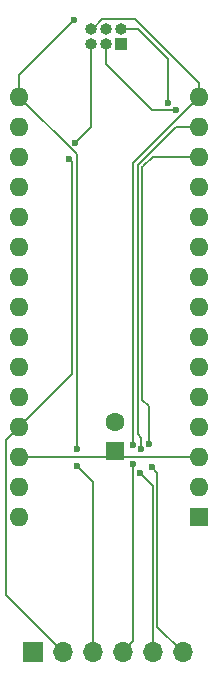
<source format=gbr>
%TF.GenerationSoftware,KiCad,Pcbnew,8.0.2*%
%TF.CreationDate,2024-12-05T22:40:52+01:00*%
%TF.ProjectId,programmerUnoHat,70726f67-7261-46d6-9d65-72556e6f4861,rev?*%
%TF.SameCoordinates,Original*%
%TF.FileFunction,Copper,L2,Bot*%
%TF.FilePolarity,Positive*%
%FSLAX46Y46*%
G04 Gerber Fmt 4.6, Leading zero omitted, Abs format (unit mm)*
G04 Created by KiCad (PCBNEW 8.0.2) date 2024-12-05 22:40:52*
%MOMM*%
%LPD*%
G01*
G04 APERTURE LIST*
%TA.AperFunction,ComponentPad*%
%ADD10R,1.600000X1.600000*%
%TD*%
%TA.AperFunction,ComponentPad*%
%ADD11O,1.600000X1.600000*%
%TD*%
%TA.AperFunction,ComponentPad*%
%ADD12R,1.000000X1.000000*%
%TD*%
%TA.AperFunction,ComponentPad*%
%ADD13O,1.000000X1.000000*%
%TD*%
%TA.AperFunction,ComponentPad*%
%ADD14C,1.600000*%
%TD*%
%TA.AperFunction,ComponentPad*%
%ADD15R,1.700000X1.700000*%
%TD*%
%TA.AperFunction,ComponentPad*%
%ADD16O,1.700000X1.700000*%
%TD*%
%TA.AperFunction,ViaPad*%
%ADD17C,0.600000*%
%TD*%
%TA.AperFunction,Conductor*%
%ADD18C,0.200000*%
%TD*%
G04 APERTURE END LIST*
D10*
%TO.P,A101,1,D1/TX*%
%TO.N,unconnected-(A101-D1{slash}TX-Pad1)*%
X121610000Y-106050000D03*
D11*
%TO.P,A101,2,D0/RX*%
%TO.N,unconnected-(A101-D0{slash}RX-Pad2)*%
X121610000Y-103510000D03*
%TO.P,A101,3,~{RESET}*%
%TO.N,/RESET*%
X121610000Y-100970000D03*
%TO.P,A101,4,GND*%
%TO.N,GND*%
X121610000Y-98430000D03*
%TO.P,A101,5,D2*%
%TO.N,unconnected-(A101-D2-Pad5)*%
X121610000Y-95890000D03*
%TO.P,A101,6,D3*%
%TO.N,unconnected-(A101-D3-Pad6)*%
X121610000Y-93350000D03*
%TO.P,A101,7,D4*%
%TO.N,unconnected-(A101-D4-Pad7)*%
X121610000Y-90810000D03*
%TO.P,A101,8,D5*%
%TO.N,unconnected-(A101-D5-Pad8)*%
X121610000Y-88270000D03*
%TO.P,A101,9,D6*%
%TO.N,unconnected-(A101-D6-Pad9)*%
X121610000Y-85730000D03*
%TO.P,A101,10,D7*%
%TO.N,unconnected-(A101-D7-Pad10)*%
X121610000Y-83190000D03*
%TO.P,A101,11,D8*%
%TO.N,unconnected-(A101-D8-Pad11)*%
X121610000Y-80650000D03*
%TO.P,A101,12,D9*%
%TO.N,unconnected-(A101-D9-Pad12)*%
X121610000Y-78110000D03*
%TO.P,A101,13,D10*%
%TO.N,/RESET_SLAVE*%
X121610000Y-75570000D03*
%TO.P,A101,14,D11*%
%TO.N,/MOSI*%
X121610000Y-73030000D03*
%TO.P,A101,15,D12*%
%TO.N,/MISO*%
X121610000Y-70490000D03*
%TO.P,A101,16,D13*%
%TO.N,/SCK*%
X106370000Y-70490000D03*
%TO.P,A101,17,3V3*%
%TO.N,unconnected-(A101-3V3-Pad17)*%
X106370000Y-73030000D03*
%TO.P,A101,18,AREF*%
%TO.N,unconnected-(A101-AREF-Pad18)*%
X106370000Y-75570000D03*
%TO.P,A101,19,A0*%
%TO.N,unconnected-(A101-A0-Pad19)*%
X106370000Y-78110000D03*
%TO.P,A101,20,A1*%
%TO.N,unconnected-(A101-A1-Pad20)*%
X106370000Y-80650000D03*
%TO.P,A101,21,A2*%
%TO.N,unconnected-(A101-A2-Pad21)*%
X106370000Y-83190000D03*
%TO.P,A101,22,A3*%
%TO.N,unconnected-(A101-A3-Pad22)*%
X106370000Y-85730000D03*
%TO.P,A101,23,A4*%
%TO.N,unconnected-(A101-A4-Pad23)*%
X106370000Y-88270000D03*
%TO.P,A101,24,A5*%
%TO.N,unconnected-(A101-A5-Pad24)*%
X106370000Y-90810000D03*
%TO.P,A101,25,A6*%
%TO.N,unconnected-(A101-A6-Pad25)*%
X106370000Y-93350000D03*
%TO.P,A101,26,A7*%
%TO.N,unconnected-(A101-A7-Pad26)*%
X106370000Y-95890000D03*
%TO.P,A101,27,+5V*%
%TO.N,+5V*%
X106370000Y-98430000D03*
%TO.P,A101,28,~{RESET}*%
%TO.N,/RESET*%
X106370000Y-100970000D03*
%TO.P,A101,29,GND*%
%TO.N,GND*%
X106370000Y-103510000D03*
%TO.P,A101,30,VIN*%
%TO.N,unconnected-(A101-VIN-Pad30)*%
X106370000Y-106050000D03*
%TD*%
D12*
%TO.P,U101,1*%
%TO.N,GND*%
X115000000Y-66000000D03*
D13*
%TO.P,U101,2*%
%TO.N,/RESET_SLAVE*%
X115000000Y-64730000D03*
%TO.P,U101,3*%
%TO.N,/MOSI*%
X113730000Y-66000000D03*
%TO.P,U101,4*%
%TO.N,/SCK*%
X113730000Y-64730000D03*
%TO.P,U101,5*%
%TO.N,+5V*%
X112460000Y-66000000D03*
%TO.P,U101,6*%
%TO.N,/MISO*%
X112460000Y-64730000D03*
%TD*%
D10*
%TO.P,C101,1*%
%TO.N,/RESET*%
X114500000Y-100500000D03*
D14*
%TO.P,C101,2*%
%TO.N,GND*%
X114500000Y-98000000D03*
%TD*%
D15*
%TO.P,J101,1,Pin_1*%
%TO.N,GND*%
X107500000Y-117500000D03*
D16*
%TO.P,J101,2,Pin_2*%
%TO.N,+5V*%
X110040000Y-117500000D03*
%TO.P,J101,3,Pin_3*%
%TO.N,/SCK*%
X112580000Y-117500000D03*
%TO.P,J101,4,Pin_4*%
%TO.N,/MISO*%
X115120000Y-117500000D03*
%TO.P,J101,5,Pin_5*%
%TO.N,/MOSI*%
X117660000Y-117500000D03*
%TO.P,J101,6,Pin_6*%
%TO.N,/RESET_SLAVE*%
X120200000Y-117500000D03*
%TD*%
D17*
%TO.N,/RESET_SLAVE*%
X117571000Y-101855000D03*
X117351064Y-99892362D03*
X119000000Y-71000000D03*
%TO.N,/SCK*%
X111221000Y-100370000D03*
X111000000Y-64000000D03*
X111221000Y-101728000D03*
%TO.N,/MISO*%
X116000000Y-101570000D03*
X116000000Y-100000000D03*
%TO.N,+5V*%
X111114265Y-74385735D03*
X110621000Y-75734265D03*
%TO.N,/MOSI*%
X116600000Y-102368018D03*
X116709296Y-100370000D03*
X119625735Y-71625735D03*
%TD*%
D18*
%TO.N,/RESET_SLAVE*%
X116415684Y-64730000D02*
X119000000Y-67314316D01*
X117351064Y-96691064D02*
X117351064Y-99892362D01*
X116800000Y-84329000D02*
X116800000Y-96140000D01*
X121610000Y-75570000D02*
X117661372Y-75570000D01*
X119000000Y-67314316D02*
X119000000Y-71000000D01*
X116856186Y-76375186D02*
X116800000Y-76431372D01*
X115000000Y-64730000D02*
X116415684Y-64730000D01*
X116800000Y-96140000D02*
X117351064Y-96691064D01*
X117661372Y-75570000D02*
X116856186Y-76375186D01*
X118060000Y-115360000D02*
X120200000Y-117500000D01*
X117571000Y-101855000D02*
X118060000Y-102344000D01*
X116800000Y-76431372D02*
X116800000Y-84329000D01*
X118060000Y-102344000D02*
X118060000Y-115360000D01*
%TO.N,/RESET*%
X114970000Y-100970000D02*
X114500000Y-100500000D01*
X106370000Y-100970000D02*
X114030000Y-100970000D01*
X121610000Y-100970000D02*
X114970000Y-100970000D01*
X114030000Y-100970000D02*
X114500000Y-100500000D01*
%TO.N,/SCK*%
X111221000Y-75341000D02*
X106370000Y-70490000D01*
X112580000Y-117500000D02*
X112580000Y-103087000D01*
X106370000Y-68630000D02*
X106370000Y-70490000D01*
X111221000Y-100370000D02*
X111221000Y-75341000D01*
X112580000Y-103087000D02*
X111221000Y-101728000D01*
X111000000Y-64000000D02*
X106370000Y-68630000D01*
%TO.N,/MISO*%
X116181370Y-63930000D02*
X121610000Y-69358630D01*
X112598629Y-64730000D02*
X113398629Y-63930000D01*
X112460000Y-64730000D02*
X112598629Y-64730000D01*
X116000000Y-76100000D02*
X116000000Y-100000000D01*
X116000000Y-101570000D02*
X116000000Y-116620000D01*
X116000000Y-116620000D02*
X115120000Y-117500000D01*
X121610000Y-69358630D02*
X121610000Y-70490000D01*
X121610000Y-70490000D02*
X116000000Y-76100000D01*
X113398629Y-63930000D02*
X116181370Y-63930000D01*
%TO.N,+5V*%
X105270000Y-99530000D02*
X105270000Y-112730000D01*
X110821000Y-93979000D02*
X110821000Y-92500000D01*
X110821000Y-75934265D02*
X110621000Y-75734265D01*
X106370000Y-98430000D02*
X110300000Y-94500000D01*
X106370000Y-98430000D02*
X105270000Y-99530000D01*
X110300000Y-94500000D02*
X110821000Y-93979000D01*
X111114265Y-74385735D02*
X112460000Y-73040000D01*
X105270000Y-112730000D02*
X110040000Y-117500000D01*
X110821000Y-92500000D02*
X110821000Y-75934265D01*
X112460000Y-73040000D02*
X112460000Y-66000000D01*
%TO.N,/MOSI*%
X119635686Y-73030000D02*
X121610000Y-73030000D01*
X116709296Y-100370000D02*
X116709296Y-99370296D01*
X117660000Y-103428018D02*
X116600000Y-102368018D01*
X117625735Y-71625735D02*
X113730000Y-67730000D01*
X116400000Y-76265686D02*
X119635686Y-73030000D01*
X116400000Y-99061000D02*
X116400000Y-76265686D01*
X116709296Y-99370296D02*
X116400000Y-99061000D01*
X117660000Y-117500000D02*
X117660000Y-103428018D01*
X119625735Y-71625735D02*
X117625735Y-71625735D01*
X113730000Y-67730000D02*
X113730000Y-66000000D01*
%TD*%
M02*

</source>
